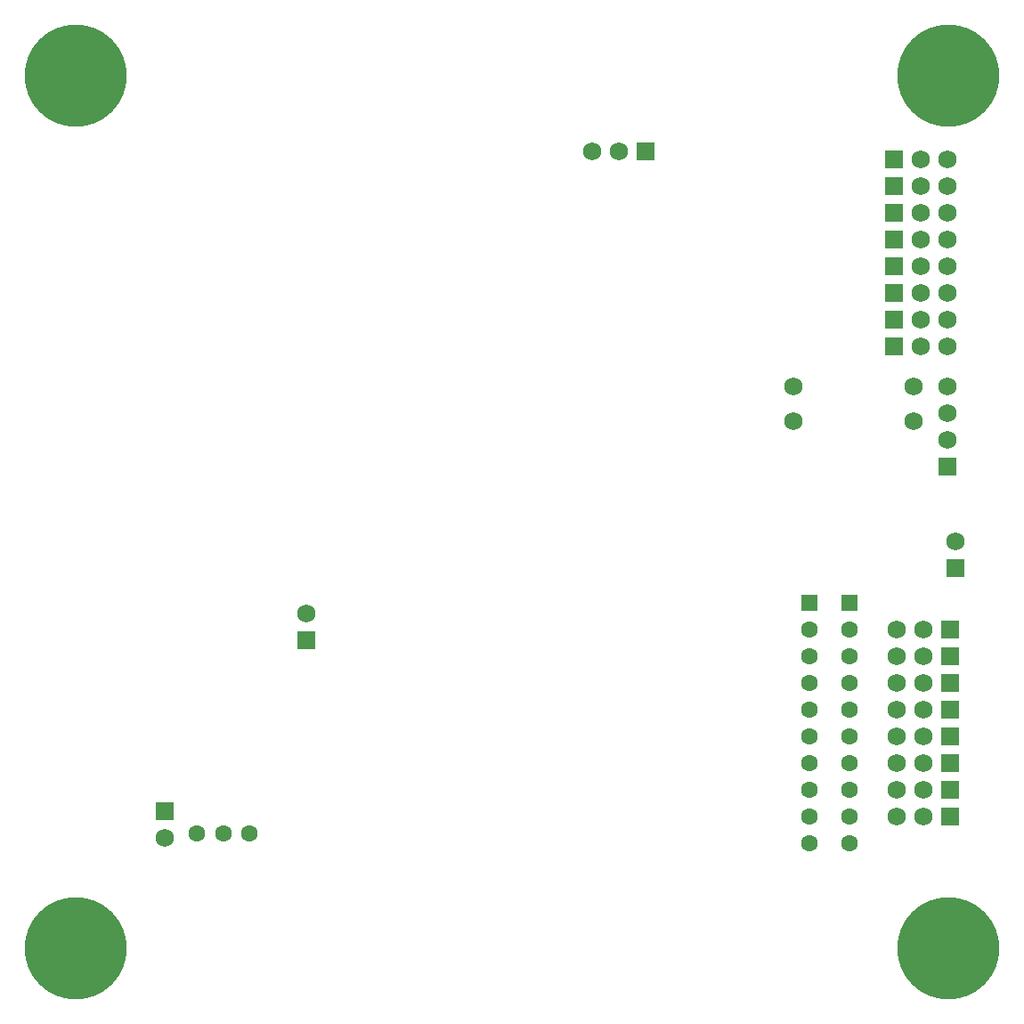
<source format=gbs>
G04 (created by PCBNEW (2013-04-19 BZR 4011)-stable) date 05/06/2014 14:59:41*
%MOIN*%
G04 Gerber Fmt 3.4, Leading zero omitted, Abs format*
%FSLAX34Y34*%
G01*
G70*
G90*
G04 APERTURE LIST*
%ADD10C,0*%
%ADD11C,0.063*%
%ADD12R,0.068X0.068*%
%ADD13C,0.068*%
%ADD14R,0.063X0.063*%
%ADD15C,0.383*%
G04 APERTURE END LIST*
G54D10*
G54D11*
X6916Y-30750D03*
X8884Y-30750D03*
X7900Y-30750D03*
G54D12*
X23700Y-5200D03*
G54D13*
X22700Y-5200D03*
X21700Y-5200D03*
G54D12*
X35300Y-20800D03*
G54D13*
X35300Y-19800D03*
G54D12*
X5700Y-29900D03*
G54D13*
X5700Y-30900D03*
G54D14*
X29850Y-22100D03*
G54D11*
X29850Y-23100D03*
X29850Y-24100D03*
X29850Y-25100D03*
X29850Y-26100D03*
X29850Y-27100D03*
X29850Y-28100D03*
X29850Y-29100D03*
X29850Y-30100D03*
X29850Y-31100D03*
G54D14*
X31350Y-22100D03*
G54D11*
X31350Y-23100D03*
X31350Y-24100D03*
X31350Y-25100D03*
X31350Y-26100D03*
X31350Y-27100D03*
X31350Y-28100D03*
X31350Y-29100D03*
X31350Y-30100D03*
X31350Y-31100D03*
G54D13*
X29250Y-15300D03*
X33750Y-15300D03*
X29250Y-14000D03*
X33750Y-14000D03*
G54D12*
X35000Y-17000D03*
G54D13*
X35000Y-16000D03*
X35000Y-15000D03*
X35000Y-14000D03*
G54D15*
X35039Y-35039D03*
X35039Y-2362D03*
X2362Y-2362D03*
X2362Y-35039D03*
G54D12*
X35100Y-23100D03*
G54D13*
X34100Y-23100D03*
X33100Y-23100D03*
G54D12*
X35100Y-24100D03*
G54D13*
X34100Y-24100D03*
X33100Y-24100D03*
G54D12*
X35100Y-25100D03*
G54D13*
X34100Y-25100D03*
X33100Y-25100D03*
G54D12*
X35100Y-26100D03*
G54D13*
X34100Y-26100D03*
X33100Y-26100D03*
G54D12*
X35100Y-27100D03*
G54D13*
X34100Y-27100D03*
X33100Y-27100D03*
G54D12*
X35100Y-28100D03*
G54D13*
X34100Y-28100D03*
X33100Y-28100D03*
G54D12*
X35100Y-29100D03*
G54D13*
X34100Y-29100D03*
X33100Y-29100D03*
G54D12*
X35100Y-30100D03*
G54D13*
X34100Y-30100D03*
X33100Y-30100D03*
G54D12*
X11000Y-23500D03*
G54D13*
X11000Y-22500D03*
G54D12*
X33000Y-5500D03*
G54D13*
X34000Y-5500D03*
X35000Y-5500D03*
G54D12*
X33000Y-6500D03*
G54D13*
X34000Y-6500D03*
X35000Y-6500D03*
G54D12*
X33000Y-7500D03*
G54D13*
X34000Y-7500D03*
X35000Y-7500D03*
G54D12*
X33000Y-8500D03*
G54D13*
X34000Y-8500D03*
X35000Y-8500D03*
G54D12*
X33000Y-9500D03*
G54D13*
X34000Y-9500D03*
X35000Y-9500D03*
G54D12*
X33000Y-10500D03*
G54D13*
X34000Y-10500D03*
X35000Y-10500D03*
G54D12*
X33000Y-11500D03*
G54D13*
X34000Y-11500D03*
X35000Y-11500D03*
G54D12*
X33000Y-12500D03*
G54D13*
X34000Y-12500D03*
X35000Y-12500D03*
M02*

</source>
